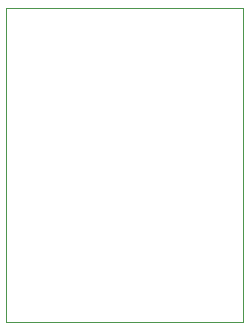
<source format=gbo>
G04 Layer_Color=32896*
%FSAX24Y24*%
%MOIN*%
G70*
G01*
G75*
%ADD20C,0.0020*%
D20*
X032350Y029950D02*
X040250D01*
X032350Y019500D02*
X040250D01*
Y029950D01*
X032350Y019500D02*
Y029950D01*
M02*

</source>
